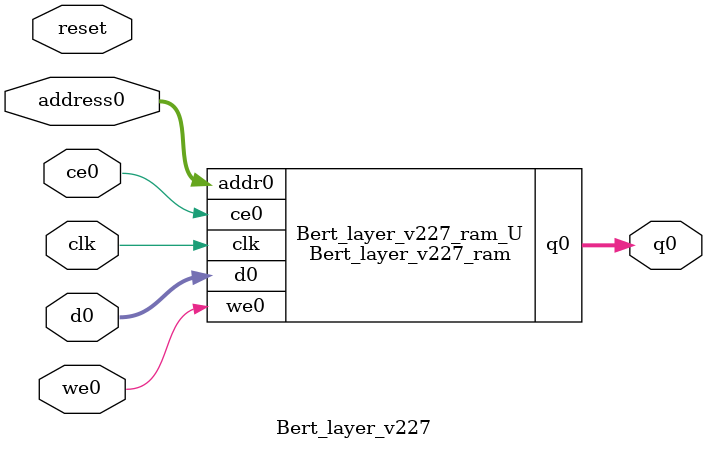
<source format=v>
`timescale 1 ns / 1 ps
module Bert_layer_v227_ram (addr0, ce0, d0, we0, q0,  clk);

parameter DWIDTH = 32;
parameter AWIDTH = 16;
parameter MEM_SIZE = 36864;

input[AWIDTH-1:0] addr0;
input ce0;
input[DWIDTH-1:0] d0;
input we0;
output reg[DWIDTH-1:0] q0;
input clk;

(* ram_style = "block" *)reg [DWIDTH-1:0] ram[0:MEM_SIZE-1];




always @(posedge clk)  
begin 
    if (ce0) begin
        if (we0) 
            ram[addr0] <= d0; 
        q0 <= ram[addr0];
    end
end


endmodule

`timescale 1 ns / 1 ps
module Bert_layer_v227(
    reset,
    clk,
    address0,
    ce0,
    we0,
    d0,
    q0);

parameter DataWidth = 32'd32;
parameter AddressRange = 32'd36864;
parameter AddressWidth = 32'd16;
input reset;
input clk;
input[AddressWidth - 1:0] address0;
input ce0;
input we0;
input[DataWidth - 1:0] d0;
output[DataWidth - 1:0] q0;



Bert_layer_v227_ram Bert_layer_v227_ram_U(
    .clk( clk ),
    .addr0( address0 ),
    .ce0( ce0 ),
    .we0( we0 ),
    .d0( d0 ),
    .q0( q0 ));

endmodule


</source>
